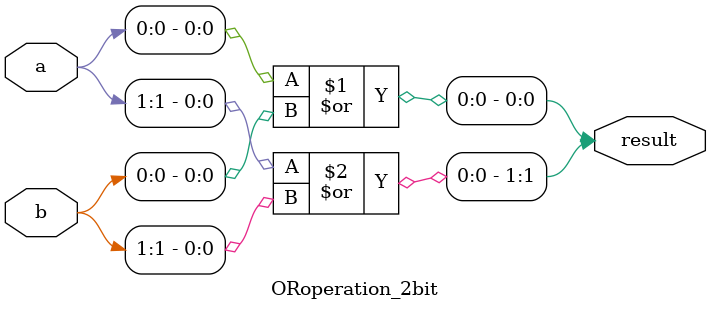
<source format=sv>


module ORoperation_2bit(
    input  logic [1:0] a,
    input  logic [1:0] b,
    output logic [1:0] result
);

assign result[0] = a[0] | b[0];
assign result[1] = a[1] | b[1];

endmodule

</source>
